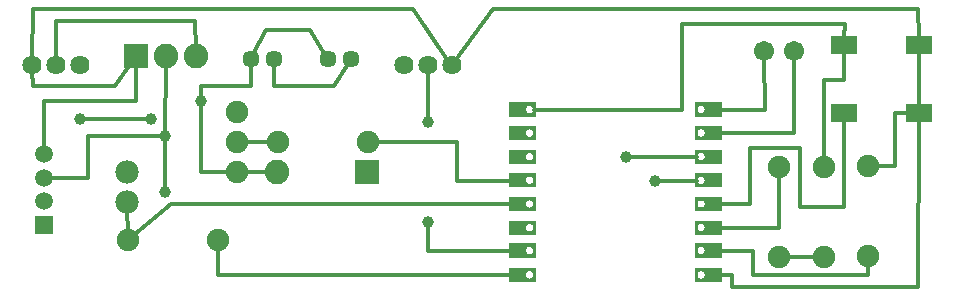
<source format=gtl>
G04 MADE WITH FRITZING*
G04 WWW.FRITZING.ORG*
G04 DOUBLE SIDED*
G04 HOLES PLATED*
G04 CONTOUR ON CENTER OF CONTOUR VECTOR*
%ASAXBY*%
%FSLAX23Y23*%
%MOIN*%
%OFA0B0*%
%SFA1.0B1.0*%
%ADD10C,0.039370*%
%ADD11C,0.075000*%
%ADD12C,0.082000*%
%ADD13C,0.067559*%
%ADD14C,0.057000*%
%ADD15C,0.064000*%
%ADD16C,0.059200*%
%ADD17C,0.078000*%
%ADD18R,0.082000X0.082000*%
%ADD19R,0.059200X0.059200*%
%ADD20R,0.090551X0.062992*%
%ADD21C,0.012000*%
%ADD22R,0.001000X0.001000*%
%LNCOPPER1*%
G90*
G70*
G54D10*
X2088Y464D03*
X2187Y385D03*
G54D11*
X792Y615D03*
X792Y515D03*
X792Y415D03*
G54D12*
X1225Y415D03*
X927Y415D03*
G54D13*
X2650Y818D03*
X2550Y818D03*
G54D14*
X838Y789D03*
X917Y789D03*
X838Y789D03*
X917Y789D03*
X1094Y789D03*
X1173Y789D03*
X1094Y789D03*
X1173Y789D03*
G54D12*
X455Y799D03*
X555Y799D03*
X655Y799D03*
G54D15*
X1350Y769D03*
X1429Y769D03*
X1508Y769D03*
X1350Y769D03*
X1429Y769D03*
X1508Y769D03*
G54D11*
X930Y513D03*
X1230Y513D03*
X2896Y434D03*
X2896Y134D03*
G54D16*
X150Y238D03*
X150Y474D03*
X150Y395D03*
X150Y316D03*
G54D10*
X553Y533D03*
G54D11*
X730Y188D03*
X430Y188D03*
X2600Y129D03*
X2600Y429D03*
X2748Y129D03*
X2748Y429D03*
G54D17*
X425Y415D03*
X425Y315D03*
G54D10*
X553Y346D03*
X1429Y248D03*
X1429Y582D03*
G54D15*
X110Y769D03*
X189Y769D03*
X268Y769D03*
X110Y769D03*
X189Y769D03*
X268Y769D03*
G54D10*
X671Y651D03*
X504Y592D03*
X268Y592D03*
G54D18*
X1226Y415D03*
X455Y799D03*
G54D19*
X150Y238D03*
G54D20*
X2817Y838D03*
X3065Y838D03*
X2817Y612D03*
X3065Y612D03*
G54D21*
X553Y519D02*
X553Y359D01*
D02*
X2403Y622D02*
X2551Y622D01*
D02*
X907Y513D02*
X815Y515D01*
D02*
X2200Y385D02*
X2325Y385D01*
D02*
X2102Y464D02*
X2325Y464D01*
D02*
X838Y700D02*
X838Y769D01*
D02*
X671Y700D02*
X838Y700D01*
D02*
X671Y414D02*
X671Y638D01*
D02*
X769Y415D02*
X671Y414D01*
D02*
X917Y701D02*
X917Y769D01*
D02*
X1114Y701D02*
X917Y701D01*
D02*
X1162Y773D02*
X1114Y701D01*
D02*
X888Y887D02*
X847Y806D01*
D02*
X1035Y888D02*
X888Y887D01*
D02*
X1084Y805D02*
X1035Y888D01*
D02*
X455Y772D02*
X454Y651D01*
D02*
X652Y917D02*
X189Y917D01*
D02*
X189Y917D02*
X189Y788D01*
D02*
X654Y825D02*
X652Y917D01*
D02*
X540Y533D02*
X297Y533D01*
D02*
X553Y546D02*
X554Y772D01*
D02*
X901Y415D02*
X815Y415D01*
D02*
X1705Y385D02*
X1527Y385D01*
D02*
X2895Y111D02*
X2895Y70D01*
D02*
X2649Y799D02*
X2649Y543D01*
D02*
X1429Y149D02*
X1705Y151D01*
D02*
X1429Y750D02*
X1429Y595D01*
D02*
X2600Y406D02*
X2600Y227D01*
D02*
X149Y651D02*
X150Y495D01*
D02*
X454Y651D02*
X149Y651D01*
D02*
X386Y701D02*
X439Y777D01*
D02*
X111Y701D02*
X386Y701D01*
D02*
X110Y750D02*
X111Y701D01*
D02*
X1527Y514D02*
X1253Y513D01*
D02*
X1527Y385D02*
X1527Y514D01*
D02*
X297Y395D02*
X171Y395D01*
D02*
X297Y533D02*
X297Y395D01*
D02*
X1705Y306D02*
X573Y306D01*
D02*
X573Y306D02*
X448Y203D01*
D02*
X429Y211D02*
X426Y290D01*
D02*
X2725Y129D02*
X2623Y129D01*
D02*
X1705Y70D02*
X730Y70D01*
D02*
X730Y70D02*
X730Y165D01*
D02*
X2649Y543D02*
X2403Y543D01*
D02*
X2551Y622D02*
X2550Y799D01*
D02*
X2818Y907D02*
X2276Y907D01*
D02*
X2276Y907D02*
X2275Y621D01*
D02*
X2275Y621D02*
X1783Y621D01*
D02*
X2817Y864D02*
X2818Y907D01*
D02*
X2817Y719D02*
X2817Y812D01*
D02*
X2748Y719D02*
X2817Y719D01*
D02*
X2748Y452D02*
X2748Y719D01*
D02*
X3063Y957D02*
X1646Y956D01*
D02*
X3064Y864D02*
X3063Y957D01*
D02*
X1646Y956D02*
X1519Y785D01*
D02*
X3065Y638D02*
X3065Y812D01*
D02*
X2443Y30D02*
X3063Y30D01*
D02*
X2443Y70D02*
X2443Y30D01*
D02*
X3063Y30D02*
X3065Y586D01*
D02*
X2403Y70D02*
X2443Y70D01*
D02*
X2502Y493D02*
X2502Y306D01*
D02*
X2502Y306D02*
X2403Y306D01*
D02*
X2669Y493D02*
X2502Y493D01*
D02*
X2817Y586D02*
X2817Y297D01*
D02*
X2817Y297D02*
X2669Y297D01*
D02*
X2669Y297D02*
X2669Y493D01*
D02*
X2984Y435D02*
X2984Y612D01*
D02*
X2919Y435D02*
X2984Y435D01*
D02*
X2984Y612D02*
X3025Y612D01*
D02*
X2600Y227D02*
X2403Y228D01*
D02*
X2511Y149D02*
X2403Y151D01*
D02*
X2511Y70D02*
X2511Y149D01*
D02*
X2895Y70D02*
X2511Y70D01*
D02*
X1429Y235D02*
X1429Y149D01*
D02*
X111Y956D02*
X110Y788D01*
D02*
X1380Y956D02*
X111Y956D01*
D02*
X1497Y785D02*
X1380Y956D01*
D02*
X671Y664D02*
X671Y700D01*
D02*
X281Y592D02*
X490Y592D01*
G54D22*
X1699Y645D02*
X1787Y645D01*
X2319Y645D02*
X2407Y645D01*
X1699Y644D02*
X1787Y644D01*
X2319Y644D02*
X2407Y644D01*
X1699Y643D02*
X1787Y643D01*
X2319Y643D02*
X2407Y643D01*
X1699Y642D02*
X1787Y642D01*
X2319Y642D02*
X2407Y642D01*
X1699Y641D02*
X1787Y641D01*
X2319Y641D02*
X2407Y641D01*
X1699Y640D02*
X1787Y640D01*
X2319Y640D02*
X2407Y640D01*
X1699Y639D02*
X1787Y639D01*
X2319Y639D02*
X2407Y639D01*
X1699Y638D02*
X1787Y638D01*
X2319Y638D02*
X2407Y638D01*
X1699Y637D02*
X1787Y637D01*
X2319Y637D02*
X2407Y637D01*
X1699Y636D02*
X1787Y636D01*
X2319Y636D02*
X2407Y636D01*
X1699Y635D02*
X1787Y635D01*
X2319Y635D02*
X2407Y635D01*
X1699Y634D02*
X1766Y634D01*
X1768Y634D02*
X1787Y634D01*
X2319Y634D02*
X2338Y634D01*
X2340Y634D02*
X2407Y634D01*
X1699Y633D02*
X1762Y633D01*
X1772Y633D02*
X1787Y633D01*
X2319Y633D02*
X2334Y633D01*
X2345Y633D02*
X2407Y633D01*
X1699Y632D02*
X1760Y632D01*
X1774Y632D02*
X1787Y632D01*
X2319Y632D02*
X2332Y632D01*
X2346Y632D02*
X2407Y632D01*
X1699Y631D02*
X1759Y631D01*
X1776Y631D02*
X1787Y631D01*
X2319Y631D02*
X2331Y631D01*
X2348Y631D02*
X2407Y631D01*
X1699Y630D02*
X1758Y630D01*
X1777Y630D02*
X1787Y630D01*
X2319Y630D02*
X2330Y630D01*
X2349Y630D02*
X2407Y630D01*
X1699Y629D02*
X1757Y629D01*
X1777Y629D02*
X1787Y629D01*
X2319Y629D02*
X2329Y629D01*
X2349Y629D02*
X2407Y629D01*
X1699Y628D02*
X1756Y628D01*
X1778Y628D02*
X1787Y628D01*
X2319Y628D02*
X2328Y628D01*
X2350Y628D02*
X2407Y628D01*
X1699Y627D02*
X1756Y627D01*
X1779Y627D02*
X1787Y627D01*
X2319Y627D02*
X2328Y627D01*
X2351Y627D02*
X2407Y627D01*
X1699Y626D02*
X1755Y626D01*
X1779Y626D02*
X1787Y626D01*
X2319Y626D02*
X2327Y626D01*
X2351Y626D02*
X2407Y626D01*
X1699Y625D02*
X1755Y625D01*
X1779Y625D02*
X1787Y625D01*
X2319Y625D02*
X2327Y625D01*
X2351Y625D02*
X2407Y625D01*
X1699Y624D02*
X1755Y624D01*
X1780Y624D02*
X1787Y624D01*
X2319Y624D02*
X2327Y624D01*
X2352Y624D02*
X2407Y624D01*
X1699Y623D02*
X1755Y623D01*
X1780Y623D02*
X1787Y623D01*
X2319Y623D02*
X2327Y623D01*
X2352Y623D02*
X2407Y623D01*
X1699Y622D02*
X1754Y622D01*
X1780Y622D02*
X1787Y622D01*
X2319Y622D02*
X2327Y622D01*
X2352Y622D02*
X2407Y622D01*
X1699Y621D02*
X1755Y621D01*
X1780Y621D02*
X1787Y621D01*
X2319Y621D02*
X2327Y621D01*
X2352Y621D02*
X2407Y621D01*
X1699Y620D02*
X1755Y620D01*
X1780Y620D02*
X1787Y620D01*
X2319Y620D02*
X2327Y620D01*
X2352Y620D02*
X2407Y620D01*
X1699Y619D02*
X1755Y619D01*
X1779Y619D02*
X1787Y619D01*
X2319Y619D02*
X2327Y619D01*
X2351Y619D02*
X2407Y619D01*
X1699Y618D02*
X1755Y618D01*
X1779Y618D02*
X1787Y618D01*
X2319Y618D02*
X2327Y618D01*
X2351Y618D02*
X2407Y618D01*
X1699Y617D02*
X1756Y617D01*
X1779Y617D02*
X1787Y617D01*
X2319Y617D02*
X2328Y617D01*
X2351Y617D02*
X2407Y617D01*
X1699Y616D02*
X1756Y616D01*
X1778Y616D02*
X1787Y616D01*
X2319Y616D02*
X2328Y616D01*
X2350Y616D02*
X2407Y616D01*
X1699Y615D02*
X1757Y615D01*
X1778Y615D02*
X1787Y615D01*
X2319Y615D02*
X2329Y615D01*
X2350Y615D02*
X2407Y615D01*
X1699Y614D02*
X1757Y614D01*
X1777Y614D02*
X1787Y614D01*
X2319Y614D02*
X2329Y614D01*
X2349Y614D02*
X2407Y614D01*
X1699Y613D02*
X1758Y613D01*
X1776Y613D02*
X1787Y613D01*
X2319Y613D02*
X2330Y613D01*
X2348Y613D02*
X2407Y613D01*
X1699Y612D02*
X1760Y612D01*
X1775Y612D02*
X1787Y612D01*
X2319Y612D02*
X2332Y612D01*
X2347Y612D02*
X2407Y612D01*
X1699Y611D02*
X1761Y611D01*
X1773Y611D02*
X1787Y611D01*
X2319Y611D02*
X2333Y611D01*
X2345Y611D02*
X2407Y611D01*
X1699Y610D02*
X1764Y610D01*
X1770Y610D02*
X1787Y610D01*
X2319Y610D02*
X2336Y610D01*
X2342Y610D02*
X2407Y610D01*
X1699Y609D02*
X1787Y609D01*
X2319Y609D02*
X2407Y609D01*
X1699Y608D02*
X1787Y608D01*
X2319Y608D02*
X2407Y608D01*
X1699Y607D02*
X1787Y607D01*
X2319Y607D02*
X2407Y607D01*
X1699Y606D02*
X1787Y606D01*
X2319Y606D02*
X2407Y606D01*
X1699Y605D02*
X1787Y605D01*
X2319Y605D02*
X2407Y605D01*
X1699Y604D02*
X1787Y604D01*
X2319Y604D02*
X2407Y604D01*
X1699Y603D02*
X1787Y603D01*
X2319Y603D02*
X2407Y603D01*
X1699Y602D02*
X1787Y602D01*
X2319Y602D02*
X2407Y602D01*
X1699Y601D02*
X1787Y601D01*
X2319Y601D02*
X2407Y601D01*
X1699Y600D02*
X1787Y600D01*
X2319Y600D02*
X2407Y600D01*
X1699Y599D02*
X1787Y599D01*
X2319Y599D02*
X2407Y599D01*
X1699Y566D02*
X1787Y566D01*
X2319Y566D02*
X2407Y566D01*
X1699Y565D02*
X1787Y565D01*
X2319Y565D02*
X2407Y565D01*
X1699Y564D02*
X1787Y564D01*
X2319Y564D02*
X2407Y564D01*
X1699Y563D02*
X1787Y563D01*
X2319Y563D02*
X2407Y563D01*
X1699Y562D02*
X1787Y562D01*
X2319Y562D02*
X2407Y562D01*
X1699Y561D02*
X1787Y561D01*
X2319Y561D02*
X2407Y561D01*
X1699Y560D02*
X1787Y560D01*
X2319Y560D02*
X2407Y560D01*
X1699Y559D02*
X1787Y559D01*
X2319Y559D02*
X2407Y559D01*
X1699Y558D02*
X1787Y558D01*
X2319Y558D02*
X2407Y558D01*
X1699Y557D02*
X1787Y557D01*
X2319Y557D02*
X2407Y557D01*
X1699Y556D02*
X1787Y556D01*
X2319Y556D02*
X2407Y556D01*
X1699Y555D02*
X1764Y555D01*
X1770Y555D02*
X1787Y555D01*
X2319Y555D02*
X2336Y555D01*
X2342Y555D02*
X2407Y555D01*
X1699Y554D02*
X1761Y554D01*
X1773Y554D02*
X1787Y554D01*
X2319Y554D02*
X2333Y554D01*
X2345Y554D02*
X2407Y554D01*
X1699Y553D02*
X1760Y553D01*
X1775Y553D02*
X1787Y553D01*
X2319Y553D02*
X2332Y553D01*
X2347Y553D02*
X2407Y553D01*
X1699Y552D02*
X1758Y552D01*
X1776Y552D02*
X1787Y552D01*
X2319Y552D02*
X2330Y552D01*
X2348Y552D02*
X2407Y552D01*
X1699Y551D02*
X1757Y551D01*
X1777Y551D02*
X1787Y551D01*
X2319Y551D02*
X2329Y551D01*
X2349Y551D02*
X2407Y551D01*
X1699Y550D02*
X1757Y550D01*
X1778Y550D02*
X1787Y550D01*
X2319Y550D02*
X2329Y550D01*
X2350Y550D02*
X2407Y550D01*
X1699Y549D02*
X1756Y549D01*
X1778Y549D02*
X1787Y549D01*
X2319Y549D02*
X2328Y549D01*
X2350Y549D02*
X2407Y549D01*
X1699Y548D02*
X1756Y548D01*
X1779Y548D02*
X1787Y548D01*
X2319Y548D02*
X2328Y548D01*
X2351Y548D02*
X2407Y548D01*
X1699Y547D02*
X1755Y547D01*
X1779Y547D02*
X1787Y547D01*
X2319Y547D02*
X2327Y547D01*
X2351Y547D02*
X2407Y547D01*
X1699Y546D02*
X1755Y546D01*
X1779Y546D02*
X1787Y546D01*
X2319Y546D02*
X2327Y546D01*
X2351Y546D02*
X2407Y546D01*
X1699Y545D02*
X1755Y545D01*
X1780Y545D02*
X1787Y545D01*
X2319Y545D02*
X2327Y545D01*
X2352Y545D02*
X2407Y545D01*
X1699Y544D02*
X1755Y544D01*
X1780Y544D02*
X1787Y544D01*
X2319Y544D02*
X2327Y544D01*
X2352Y544D02*
X2407Y544D01*
X1699Y543D02*
X1754Y543D01*
X1780Y543D02*
X1787Y543D01*
X2319Y543D02*
X2327Y543D01*
X2352Y543D02*
X2407Y543D01*
X1699Y542D02*
X1755Y542D01*
X1780Y542D02*
X1787Y542D01*
X2319Y542D02*
X2327Y542D01*
X2352Y542D02*
X2407Y542D01*
X1699Y541D02*
X1755Y541D01*
X1780Y541D02*
X1787Y541D01*
X2319Y541D02*
X2327Y541D01*
X2352Y541D02*
X2407Y541D01*
X1699Y540D02*
X1755Y540D01*
X1779Y540D02*
X1787Y540D01*
X2319Y540D02*
X2327Y540D01*
X2351Y540D02*
X2407Y540D01*
X1699Y539D02*
X1755Y539D01*
X1779Y539D02*
X1787Y539D01*
X2319Y539D02*
X2327Y539D01*
X2351Y539D02*
X2407Y539D01*
X1699Y538D02*
X1756Y538D01*
X1779Y538D02*
X1787Y538D01*
X2319Y538D02*
X2328Y538D01*
X2351Y538D02*
X2407Y538D01*
X1699Y537D02*
X1756Y537D01*
X1778Y537D02*
X1787Y537D01*
X2319Y537D02*
X2328Y537D01*
X2350Y537D02*
X2407Y537D01*
X1699Y536D02*
X1757Y536D01*
X1777Y536D02*
X1787Y536D01*
X2319Y536D02*
X2329Y536D01*
X2349Y536D02*
X2407Y536D01*
X1699Y535D02*
X1758Y535D01*
X1777Y535D02*
X1787Y535D01*
X2319Y535D02*
X2330Y535D01*
X2349Y535D02*
X2407Y535D01*
X1699Y534D02*
X1759Y534D01*
X1776Y534D02*
X1787Y534D01*
X2319Y534D02*
X2331Y534D01*
X2348Y534D02*
X2407Y534D01*
X1699Y533D02*
X1760Y533D01*
X1774Y533D02*
X1787Y533D01*
X2319Y533D02*
X2332Y533D01*
X2346Y533D02*
X2407Y533D01*
X1699Y532D02*
X1762Y532D01*
X1773Y532D02*
X1787Y532D01*
X2319Y532D02*
X2334Y532D01*
X2344Y532D02*
X2407Y532D01*
X1699Y531D02*
X1766Y531D01*
X1768Y531D02*
X1787Y531D01*
X2319Y531D02*
X2338Y531D01*
X2340Y531D02*
X2407Y531D01*
X1699Y530D02*
X1787Y530D01*
X2319Y530D02*
X2407Y530D01*
X1699Y529D02*
X1787Y529D01*
X2319Y529D02*
X2407Y529D01*
X1699Y528D02*
X1787Y528D01*
X2319Y528D02*
X2407Y528D01*
X1699Y527D02*
X1787Y527D01*
X2319Y527D02*
X2407Y527D01*
X1699Y526D02*
X1787Y526D01*
X2319Y526D02*
X2407Y526D01*
X1699Y525D02*
X1787Y525D01*
X2319Y525D02*
X2407Y525D01*
X1699Y524D02*
X1787Y524D01*
X2319Y524D02*
X2407Y524D01*
X1699Y523D02*
X1787Y523D01*
X2319Y523D02*
X2407Y523D01*
X1699Y522D02*
X1787Y522D01*
X2319Y522D02*
X2407Y522D01*
X1699Y521D02*
X1787Y521D01*
X2319Y521D02*
X2407Y521D01*
X1699Y520D02*
X1787Y520D01*
X2319Y520D02*
X2407Y520D01*
X2320Y488D02*
X2406Y488D01*
X1699Y487D02*
X1787Y487D01*
X2319Y487D02*
X2407Y487D01*
X1699Y486D02*
X1787Y486D01*
X2319Y486D02*
X2407Y486D01*
X1699Y485D02*
X1787Y485D01*
X2319Y485D02*
X2407Y485D01*
X1699Y484D02*
X1787Y484D01*
X2319Y484D02*
X2407Y484D01*
X1699Y483D02*
X1787Y483D01*
X2319Y483D02*
X2407Y483D01*
X1699Y482D02*
X1787Y482D01*
X2319Y482D02*
X2407Y482D01*
X1699Y481D02*
X1787Y481D01*
X2319Y481D02*
X2407Y481D01*
X1699Y480D02*
X1787Y480D01*
X2319Y480D02*
X2407Y480D01*
X1699Y479D02*
X1787Y479D01*
X2319Y479D02*
X2407Y479D01*
X1699Y478D02*
X1787Y478D01*
X2319Y478D02*
X2407Y478D01*
X1699Y477D02*
X1787Y477D01*
X2319Y477D02*
X2407Y477D01*
X1699Y476D02*
X1764Y476D01*
X1771Y476D02*
X1787Y476D01*
X2319Y476D02*
X2335Y476D01*
X2343Y476D02*
X2407Y476D01*
X1699Y475D02*
X1761Y475D01*
X1773Y475D02*
X1787Y475D01*
X2319Y475D02*
X2333Y475D01*
X2345Y475D02*
X2407Y475D01*
X1699Y474D02*
X1759Y474D01*
X1775Y474D02*
X1787Y474D01*
X2319Y474D02*
X2331Y474D01*
X2347Y474D02*
X2407Y474D01*
X1699Y473D02*
X1758Y473D01*
X1776Y473D02*
X1787Y473D01*
X2319Y473D02*
X2330Y473D01*
X2348Y473D02*
X2407Y473D01*
X1699Y472D02*
X1757Y472D01*
X1777Y472D02*
X1787Y472D01*
X2319Y472D02*
X2329Y472D01*
X2349Y472D02*
X2407Y472D01*
X1699Y471D02*
X1757Y471D01*
X1778Y471D02*
X1787Y471D01*
X2319Y471D02*
X2329Y471D01*
X2350Y471D02*
X2407Y471D01*
X1699Y470D02*
X1756Y470D01*
X1778Y470D02*
X1787Y470D01*
X2319Y470D02*
X2328Y470D01*
X2350Y470D02*
X2407Y470D01*
X1699Y469D02*
X1755Y469D01*
X1779Y469D02*
X1787Y469D01*
X2319Y469D02*
X2327Y469D01*
X2351Y469D02*
X2407Y469D01*
X1699Y468D02*
X1755Y468D01*
X1779Y468D02*
X1787Y468D01*
X2319Y468D02*
X2327Y468D01*
X2351Y468D02*
X2407Y468D01*
X1699Y467D02*
X1755Y467D01*
X1779Y467D02*
X1787Y467D01*
X2319Y467D02*
X2327Y467D01*
X2351Y467D02*
X2407Y467D01*
X1699Y466D02*
X1755Y466D01*
X1780Y466D02*
X1787Y466D01*
X2319Y466D02*
X2327Y466D01*
X2352Y466D02*
X2407Y466D01*
X1699Y465D02*
X1755Y465D01*
X1780Y465D02*
X1787Y465D01*
X2319Y465D02*
X2327Y465D01*
X2352Y465D02*
X2407Y465D01*
X1699Y464D02*
X1755Y464D01*
X1780Y464D02*
X1787Y464D01*
X2319Y464D02*
X2327Y464D01*
X2352Y464D02*
X2407Y464D01*
X1699Y463D02*
X1755Y463D01*
X1780Y463D02*
X1787Y463D01*
X2319Y463D02*
X2327Y463D01*
X2352Y463D02*
X2407Y463D01*
X1699Y462D02*
X1755Y462D01*
X1780Y462D02*
X1787Y462D01*
X2319Y462D02*
X2327Y462D01*
X2352Y462D02*
X2407Y462D01*
X1699Y461D02*
X1755Y461D01*
X1779Y461D02*
X1787Y461D01*
X2319Y461D02*
X2327Y461D01*
X2351Y461D02*
X2407Y461D01*
X1699Y460D02*
X1755Y460D01*
X1779Y460D02*
X1787Y460D01*
X2319Y460D02*
X2327Y460D01*
X2351Y460D02*
X2407Y460D01*
X1699Y459D02*
X1756Y459D01*
X1779Y459D02*
X1787Y459D01*
X2319Y459D02*
X2328Y459D01*
X2350Y459D02*
X2407Y459D01*
X1699Y458D02*
X1756Y458D01*
X1778Y458D02*
X1787Y458D01*
X2319Y458D02*
X2328Y458D01*
X2350Y458D02*
X2407Y458D01*
X1699Y457D02*
X1757Y457D01*
X1777Y457D02*
X1787Y457D01*
X2319Y457D02*
X2329Y457D01*
X2349Y457D02*
X2407Y457D01*
X1699Y456D02*
X1758Y456D01*
X1776Y456D02*
X1787Y456D01*
X2319Y456D02*
X2330Y456D01*
X2348Y456D02*
X2407Y456D01*
X1699Y455D02*
X1759Y455D01*
X1775Y455D02*
X1787Y455D01*
X2319Y455D02*
X2331Y455D01*
X2347Y455D02*
X2407Y455D01*
X1699Y454D02*
X1760Y454D01*
X1774Y454D02*
X1787Y454D01*
X2319Y454D02*
X2332Y454D01*
X2346Y454D02*
X2407Y454D01*
X1699Y453D02*
X1762Y453D01*
X1772Y453D02*
X1787Y453D01*
X2319Y453D02*
X2335Y453D01*
X2344Y453D02*
X2407Y453D01*
X1699Y452D02*
X1787Y452D01*
X2319Y452D02*
X2407Y452D01*
X1699Y451D02*
X1787Y451D01*
X2319Y451D02*
X2407Y451D01*
X1699Y450D02*
X1787Y450D01*
X2319Y450D02*
X2407Y450D01*
X1699Y449D02*
X1787Y449D01*
X2319Y449D02*
X2407Y449D01*
X1699Y448D02*
X1787Y448D01*
X2319Y448D02*
X2407Y448D01*
X1699Y447D02*
X1787Y447D01*
X2319Y447D02*
X2407Y447D01*
X1699Y446D02*
X1787Y446D01*
X2319Y446D02*
X2407Y446D01*
X1699Y445D02*
X1787Y445D01*
X2319Y445D02*
X2407Y445D01*
X1699Y444D02*
X1787Y444D01*
X2319Y444D02*
X2407Y444D01*
X1699Y443D02*
X1787Y443D01*
X2319Y443D02*
X2407Y443D01*
X1699Y442D02*
X1787Y442D01*
X2319Y442D02*
X2407Y442D01*
X1700Y441D02*
X1787Y441D01*
X2320Y441D02*
X2407Y441D01*
X1700Y409D02*
X1787Y409D01*
X2319Y409D02*
X2407Y409D01*
X1699Y408D02*
X1787Y408D01*
X2319Y408D02*
X2407Y408D01*
X1699Y407D02*
X1787Y407D01*
X2319Y407D02*
X2407Y407D01*
X1699Y406D02*
X1787Y406D01*
X2319Y406D02*
X2407Y406D01*
X1699Y405D02*
X1787Y405D01*
X2319Y405D02*
X2407Y405D01*
X1699Y404D02*
X1787Y404D01*
X2319Y404D02*
X2407Y404D01*
X1699Y403D02*
X1787Y403D01*
X2319Y403D02*
X2407Y403D01*
X1699Y402D02*
X1787Y402D01*
X2319Y402D02*
X2407Y402D01*
X1699Y401D02*
X1787Y401D01*
X2319Y401D02*
X2407Y401D01*
X1699Y400D02*
X1787Y400D01*
X2319Y400D02*
X2407Y400D01*
X1699Y399D02*
X1787Y399D01*
X2319Y399D02*
X2407Y399D01*
X1699Y398D02*
X1787Y398D01*
X2319Y398D02*
X2407Y398D01*
X1699Y397D02*
X1762Y397D01*
X1772Y397D02*
X1787Y397D01*
X2319Y397D02*
X2334Y397D01*
X2344Y397D02*
X2407Y397D01*
X1699Y396D02*
X1760Y396D01*
X1774Y396D02*
X1787Y396D01*
X2319Y396D02*
X2332Y396D01*
X2346Y396D02*
X2407Y396D01*
X1699Y395D02*
X1759Y395D01*
X1775Y395D02*
X1787Y395D01*
X2319Y395D02*
X2331Y395D01*
X2347Y395D02*
X2407Y395D01*
X1699Y394D02*
X1758Y394D01*
X1776Y394D02*
X1787Y394D01*
X2319Y394D02*
X2330Y394D01*
X2349Y394D02*
X2407Y394D01*
X1699Y393D02*
X1757Y393D01*
X1777Y393D02*
X1787Y393D01*
X2319Y393D02*
X2329Y393D01*
X2349Y393D02*
X2407Y393D01*
X1699Y392D02*
X1756Y392D01*
X1778Y392D02*
X1787Y392D01*
X2319Y392D02*
X2328Y392D01*
X2350Y392D02*
X2407Y392D01*
X1699Y391D02*
X1756Y391D01*
X1779Y391D02*
X1787Y391D01*
X2319Y391D02*
X2328Y391D01*
X2351Y391D02*
X2407Y391D01*
X1699Y390D02*
X1755Y390D01*
X1779Y390D02*
X1787Y390D01*
X2319Y390D02*
X2327Y390D01*
X2351Y390D02*
X2407Y390D01*
X1699Y389D02*
X1755Y389D01*
X1779Y389D02*
X1787Y389D01*
X2319Y389D02*
X2327Y389D01*
X2351Y389D02*
X2407Y389D01*
X1699Y388D02*
X1755Y388D01*
X1780Y388D02*
X1787Y388D01*
X2319Y388D02*
X2327Y388D01*
X2352Y388D02*
X2407Y388D01*
X1699Y387D02*
X1755Y387D01*
X1780Y387D02*
X1787Y387D01*
X2319Y387D02*
X2327Y387D01*
X2352Y387D02*
X2407Y387D01*
X1699Y386D02*
X1755Y386D01*
X1780Y386D02*
X1787Y386D01*
X2319Y386D02*
X2327Y386D01*
X2352Y386D02*
X2407Y386D01*
X1699Y385D02*
X1755Y385D01*
X1780Y385D02*
X1787Y385D01*
X2319Y385D02*
X2327Y385D01*
X2352Y385D02*
X2407Y385D01*
X1699Y384D02*
X1755Y384D01*
X1780Y384D02*
X1787Y384D01*
X2319Y384D02*
X2327Y384D01*
X2352Y384D02*
X2407Y384D01*
X1699Y383D02*
X1755Y383D01*
X1779Y383D02*
X1787Y383D01*
X2319Y383D02*
X2327Y383D01*
X2351Y383D02*
X2407Y383D01*
X1699Y382D02*
X1755Y382D01*
X1779Y382D02*
X1787Y382D01*
X2319Y382D02*
X2327Y382D01*
X2351Y382D02*
X2407Y382D01*
X1699Y381D02*
X1755Y381D01*
X1779Y381D02*
X1787Y381D01*
X2319Y381D02*
X2328Y381D01*
X2351Y381D02*
X2407Y381D01*
X1699Y380D02*
X1756Y380D01*
X1778Y380D02*
X1787Y380D01*
X2319Y380D02*
X2328Y380D01*
X2350Y380D02*
X2407Y380D01*
X1699Y379D02*
X1757Y379D01*
X1778Y379D02*
X1787Y379D01*
X2319Y379D02*
X2329Y379D01*
X2350Y379D02*
X2407Y379D01*
X1699Y378D02*
X1757Y378D01*
X1777Y378D02*
X1787Y378D01*
X2319Y378D02*
X2329Y378D01*
X2349Y378D02*
X2407Y378D01*
X1699Y377D02*
X1758Y377D01*
X1776Y377D02*
X1787Y377D01*
X2319Y377D02*
X2330Y377D01*
X2348Y377D02*
X2407Y377D01*
X1699Y376D02*
X1759Y376D01*
X1775Y376D02*
X1787Y376D01*
X2319Y376D02*
X2331Y376D01*
X2347Y376D02*
X2407Y376D01*
X1699Y375D02*
X1761Y375D01*
X1773Y375D02*
X1787Y375D01*
X2319Y375D02*
X2333Y375D01*
X2345Y375D02*
X2407Y375D01*
X1699Y374D02*
X1763Y374D01*
X1771Y374D02*
X1787Y374D01*
X2319Y374D02*
X2336Y374D01*
X2343Y374D02*
X2407Y374D01*
X1699Y373D02*
X1787Y373D01*
X2319Y373D02*
X2407Y373D01*
X1699Y372D02*
X1787Y372D01*
X2319Y372D02*
X2407Y372D01*
X1699Y371D02*
X1787Y371D01*
X2319Y371D02*
X2407Y371D01*
X1699Y370D02*
X1787Y370D01*
X2319Y370D02*
X2407Y370D01*
X1699Y369D02*
X1787Y369D01*
X2319Y369D02*
X2407Y369D01*
X1699Y368D02*
X1787Y368D01*
X2319Y368D02*
X2407Y368D01*
X1699Y367D02*
X1787Y367D01*
X2319Y367D02*
X2407Y367D01*
X1699Y366D02*
X1787Y366D01*
X2319Y366D02*
X2407Y366D01*
X1699Y365D02*
X1787Y365D01*
X2319Y365D02*
X2407Y365D01*
X1699Y364D02*
X1787Y364D01*
X2319Y364D02*
X2407Y364D01*
X1699Y363D02*
X1787Y363D01*
X2319Y363D02*
X2407Y363D01*
X1699Y330D02*
X1787Y330D01*
X2319Y330D02*
X2407Y330D01*
X1699Y329D02*
X1787Y329D01*
X2319Y329D02*
X2407Y329D01*
X1699Y328D02*
X1787Y328D01*
X2319Y328D02*
X2407Y328D01*
X1699Y327D02*
X1787Y327D01*
X2319Y327D02*
X2407Y327D01*
X1699Y326D02*
X1787Y326D01*
X2319Y326D02*
X2407Y326D01*
X1699Y325D02*
X1787Y325D01*
X2319Y325D02*
X2407Y325D01*
X1699Y324D02*
X1787Y324D01*
X2319Y324D02*
X2407Y324D01*
X1699Y323D02*
X1787Y323D01*
X2319Y323D02*
X2407Y323D01*
X1699Y322D02*
X1787Y322D01*
X2319Y322D02*
X2407Y322D01*
X1699Y321D02*
X1787Y321D01*
X2319Y321D02*
X2407Y321D01*
X1699Y320D02*
X1787Y320D01*
X2319Y320D02*
X2407Y320D01*
X1699Y319D02*
X1766Y319D01*
X1768Y319D02*
X1787Y319D01*
X2319Y319D02*
X2337Y319D01*
X2341Y319D02*
X2407Y319D01*
X1699Y318D02*
X1762Y318D01*
X1773Y318D02*
X1787Y318D01*
X2319Y318D02*
X2334Y318D01*
X2345Y318D02*
X2407Y318D01*
X1699Y317D02*
X1760Y317D01*
X1774Y317D02*
X1787Y317D01*
X2319Y317D02*
X2332Y317D01*
X2346Y317D02*
X2407Y317D01*
X1699Y316D02*
X1759Y316D01*
X1776Y316D02*
X1787Y316D01*
X2319Y316D02*
X2331Y316D01*
X2348Y316D02*
X2407Y316D01*
X1699Y315D02*
X1758Y315D01*
X1777Y315D02*
X1787Y315D01*
X2319Y315D02*
X2330Y315D01*
X2349Y315D02*
X2407Y315D01*
X1699Y314D02*
X1757Y314D01*
X1777Y314D02*
X1787Y314D01*
X2319Y314D02*
X2329Y314D01*
X2350Y314D02*
X2407Y314D01*
X1699Y313D02*
X1756Y313D01*
X1778Y313D02*
X1787Y313D01*
X2319Y313D02*
X2328Y313D01*
X2350Y313D02*
X2407Y313D01*
X1699Y312D02*
X1756Y312D01*
X1779Y312D02*
X1787Y312D01*
X2319Y312D02*
X2328Y312D01*
X2351Y312D02*
X2407Y312D01*
X1699Y311D02*
X1755Y311D01*
X1779Y311D02*
X1787Y311D01*
X2319Y311D02*
X2327Y311D01*
X2351Y311D02*
X2407Y311D01*
X1699Y310D02*
X1755Y310D01*
X1779Y310D02*
X1787Y310D01*
X2319Y310D02*
X2327Y310D01*
X2351Y310D02*
X2407Y310D01*
X1699Y309D02*
X1755Y309D01*
X1780Y309D02*
X1787Y309D01*
X2319Y309D02*
X2327Y309D01*
X2352Y309D02*
X2407Y309D01*
X1699Y308D02*
X1755Y308D01*
X1780Y308D02*
X1787Y308D01*
X2319Y308D02*
X2327Y308D01*
X2352Y308D02*
X2407Y308D01*
X1699Y307D02*
X1755Y307D01*
X1780Y307D02*
X1787Y307D01*
X2319Y307D02*
X2327Y307D01*
X2352Y307D02*
X2407Y307D01*
X1699Y306D02*
X1755Y306D01*
X1780Y306D02*
X1787Y306D01*
X2319Y306D02*
X2327Y306D01*
X2352Y306D02*
X2407Y306D01*
X1699Y305D02*
X1755Y305D01*
X1780Y305D02*
X1787Y305D01*
X2319Y305D02*
X2327Y305D01*
X2352Y305D02*
X2407Y305D01*
X1699Y304D02*
X1755Y304D01*
X1779Y304D02*
X1787Y304D01*
X2319Y304D02*
X2327Y304D01*
X2351Y304D02*
X2407Y304D01*
X1699Y303D02*
X1755Y303D01*
X1779Y303D02*
X1787Y303D01*
X2319Y303D02*
X2327Y303D01*
X2351Y303D02*
X2407Y303D01*
X1699Y302D02*
X1756Y302D01*
X1779Y302D02*
X1787Y302D01*
X2319Y302D02*
X2328Y302D01*
X2351Y302D02*
X2407Y302D01*
X1699Y301D02*
X1756Y301D01*
X1778Y301D02*
X1787Y301D01*
X2319Y301D02*
X2328Y301D01*
X2350Y301D02*
X2407Y301D01*
X1699Y300D02*
X1757Y300D01*
X1778Y300D02*
X1787Y300D01*
X2319Y300D02*
X2329Y300D01*
X2350Y300D02*
X2407Y300D01*
X1699Y299D02*
X1758Y299D01*
X1777Y299D02*
X1787Y299D01*
X2319Y299D02*
X2330Y299D01*
X2349Y299D02*
X2407Y299D01*
X1699Y298D02*
X1758Y298D01*
X1776Y298D02*
X1787Y298D01*
X2319Y298D02*
X2331Y298D01*
X2348Y298D02*
X2407Y298D01*
X1699Y297D02*
X1760Y297D01*
X1775Y297D02*
X1787Y297D01*
X2319Y297D02*
X2332Y297D01*
X2347Y297D02*
X2407Y297D01*
X1699Y296D02*
X1761Y296D01*
X1773Y296D02*
X1787Y296D01*
X2319Y296D02*
X2334Y296D01*
X2345Y296D02*
X2407Y296D01*
X1699Y295D02*
X1764Y295D01*
X1770Y295D02*
X1787Y295D01*
X2319Y295D02*
X2337Y295D01*
X2341Y295D02*
X2407Y295D01*
X1699Y294D02*
X1787Y294D01*
X2319Y294D02*
X2407Y294D01*
X1699Y293D02*
X1787Y293D01*
X2319Y293D02*
X2407Y293D01*
X1699Y292D02*
X1787Y292D01*
X2319Y292D02*
X2407Y292D01*
X1699Y291D02*
X1787Y291D01*
X2319Y291D02*
X2407Y291D01*
X1699Y290D02*
X1787Y290D01*
X2319Y290D02*
X2407Y290D01*
X1699Y289D02*
X1787Y289D01*
X2319Y289D02*
X2407Y289D01*
X1699Y288D02*
X1787Y288D01*
X2319Y288D02*
X2407Y288D01*
X1699Y287D02*
X1787Y287D01*
X2319Y287D02*
X2407Y287D01*
X1699Y286D02*
X1787Y286D01*
X2319Y286D02*
X2407Y286D01*
X1699Y285D02*
X1787Y285D01*
X2319Y285D02*
X2407Y285D01*
X1699Y284D02*
X1787Y284D01*
X2319Y284D02*
X2407Y284D01*
X1699Y251D02*
X1787Y251D01*
X2319Y251D02*
X2407Y251D01*
X1699Y250D02*
X1787Y250D01*
X2319Y250D02*
X2407Y250D01*
X1699Y249D02*
X1787Y249D01*
X2319Y249D02*
X2407Y249D01*
X1699Y248D02*
X1787Y248D01*
X2319Y248D02*
X2407Y248D01*
X1699Y247D02*
X1787Y247D01*
X2319Y247D02*
X2407Y247D01*
X1699Y246D02*
X1787Y246D01*
X2319Y246D02*
X2407Y246D01*
X1699Y245D02*
X1787Y245D01*
X2319Y245D02*
X2407Y245D01*
X1699Y244D02*
X1787Y244D01*
X2319Y244D02*
X2407Y244D01*
X1699Y243D02*
X1787Y243D01*
X2319Y243D02*
X2407Y243D01*
X1699Y242D02*
X1787Y242D01*
X2319Y242D02*
X2407Y242D01*
X1699Y241D02*
X1787Y241D01*
X2319Y241D02*
X2407Y241D01*
X1699Y240D02*
X1764Y240D01*
X1771Y240D02*
X1787Y240D01*
X2319Y240D02*
X2336Y240D01*
X2343Y240D02*
X2407Y240D01*
X1699Y239D02*
X1761Y239D01*
X1773Y239D02*
X1787Y239D01*
X2319Y239D02*
X2333Y239D01*
X2345Y239D02*
X2407Y239D01*
X1699Y238D02*
X1759Y238D01*
X1775Y238D02*
X1787Y238D01*
X2319Y238D02*
X2332Y238D01*
X2347Y238D02*
X2407Y238D01*
X1699Y237D02*
X1758Y237D01*
X1776Y237D02*
X1787Y237D01*
X2319Y237D02*
X2330Y237D01*
X2348Y237D02*
X2407Y237D01*
X1699Y236D02*
X1757Y236D01*
X1777Y236D02*
X1787Y236D01*
X2319Y236D02*
X2329Y236D01*
X2349Y236D02*
X2407Y236D01*
X1699Y235D02*
X1757Y235D01*
X1778Y235D02*
X1787Y235D01*
X2319Y235D02*
X2329Y235D01*
X2350Y235D02*
X2407Y235D01*
X1699Y234D02*
X1756Y234D01*
X1778Y234D02*
X1787Y234D01*
X2319Y234D02*
X2328Y234D01*
X2350Y234D02*
X2407Y234D01*
X1699Y233D02*
X1755Y233D01*
X1779Y233D02*
X1787Y233D01*
X2319Y233D02*
X2328Y233D01*
X2351Y233D02*
X2407Y233D01*
X1699Y232D02*
X1755Y232D01*
X1779Y232D02*
X1787Y232D01*
X2319Y232D02*
X2327Y232D01*
X2351Y232D02*
X2407Y232D01*
X1699Y231D02*
X1755Y231D01*
X1779Y231D02*
X1787Y231D01*
X2319Y231D02*
X2327Y231D01*
X2351Y231D02*
X2407Y231D01*
X1699Y230D02*
X1755Y230D01*
X1780Y230D02*
X1787Y230D01*
X2319Y230D02*
X2327Y230D01*
X2352Y230D02*
X2407Y230D01*
X1699Y229D02*
X1755Y229D01*
X1780Y229D02*
X1787Y229D01*
X2319Y229D02*
X2327Y229D01*
X2352Y229D02*
X2407Y229D01*
X1699Y228D02*
X1754Y228D01*
X1780Y228D02*
X1787Y228D01*
X2319Y228D02*
X2327Y228D01*
X2352Y228D02*
X2407Y228D01*
X1699Y227D02*
X1755Y227D01*
X1780Y227D02*
X1787Y227D01*
X2319Y227D02*
X2327Y227D01*
X2352Y227D02*
X2407Y227D01*
X1699Y226D02*
X1755Y226D01*
X1780Y226D02*
X1787Y226D01*
X2319Y226D02*
X2327Y226D01*
X2352Y226D02*
X2407Y226D01*
X1699Y225D02*
X1755Y225D01*
X1779Y225D02*
X1787Y225D01*
X2319Y225D02*
X2327Y225D01*
X2351Y225D02*
X2407Y225D01*
X1699Y224D02*
X1755Y224D01*
X1779Y224D02*
X1787Y224D01*
X2319Y224D02*
X2327Y224D01*
X2351Y224D02*
X2407Y224D01*
X1699Y223D02*
X1756Y223D01*
X1778Y223D02*
X1787Y223D01*
X2319Y223D02*
X2328Y223D01*
X2351Y223D02*
X2407Y223D01*
X1699Y222D02*
X1756Y222D01*
X1778Y222D02*
X1787Y222D01*
X2319Y222D02*
X2328Y222D01*
X2350Y222D02*
X2407Y222D01*
X1699Y221D02*
X1757Y221D01*
X1777Y221D02*
X1787Y221D01*
X2319Y221D02*
X2329Y221D01*
X2349Y221D02*
X2407Y221D01*
X1699Y220D02*
X1758Y220D01*
X1776Y220D02*
X1787Y220D01*
X2319Y220D02*
X2330Y220D01*
X2349Y220D02*
X2407Y220D01*
X1699Y219D02*
X1759Y219D01*
X1775Y219D02*
X1787Y219D01*
X2319Y219D02*
X2331Y219D01*
X2347Y219D02*
X2407Y219D01*
X1699Y218D02*
X1760Y218D01*
X1774Y218D02*
X1787Y218D01*
X2319Y218D02*
X2332Y218D01*
X2346Y218D02*
X2407Y218D01*
X1699Y217D02*
X1762Y217D01*
X1772Y217D02*
X1787Y217D01*
X2319Y217D02*
X2334Y217D01*
X2344Y217D02*
X2407Y217D01*
X1699Y216D02*
X1787Y216D01*
X2319Y216D02*
X2407Y216D01*
X1699Y215D02*
X1787Y215D01*
X2319Y215D02*
X2407Y215D01*
X1699Y214D02*
X1787Y214D01*
X2319Y214D02*
X2407Y214D01*
X1699Y213D02*
X1787Y213D01*
X2319Y213D02*
X2407Y213D01*
X1699Y212D02*
X1787Y212D01*
X2319Y212D02*
X2407Y212D01*
X1699Y211D02*
X1787Y211D01*
X2319Y211D02*
X2407Y211D01*
X1699Y210D02*
X1787Y210D01*
X2319Y210D02*
X2407Y210D01*
X1699Y209D02*
X1787Y209D01*
X2319Y209D02*
X2407Y209D01*
X1699Y208D02*
X1787Y208D01*
X2319Y208D02*
X2407Y208D01*
X1699Y207D02*
X1787Y207D01*
X2319Y207D02*
X2407Y207D01*
X1699Y206D02*
X1787Y206D01*
X2319Y206D02*
X2407Y206D01*
X1699Y205D02*
X1787Y205D01*
X2319Y205D02*
X2407Y205D01*
X1699Y175D02*
X1787Y175D01*
X2319Y175D02*
X2407Y175D01*
X1699Y174D02*
X1787Y174D01*
X2319Y174D02*
X2407Y174D01*
X1699Y173D02*
X1787Y173D01*
X2319Y173D02*
X2407Y173D01*
X1699Y172D02*
X1787Y172D01*
X2319Y172D02*
X2407Y172D01*
X1699Y171D02*
X1787Y171D01*
X2319Y171D02*
X2407Y171D01*
X1699Y170D02*
X1787Y170D01*
X2319Y170D02*
X2407Y170D01*
X1699Y169D02*
X1787Y169D01*
X2319Y169D02*
X2407Y169D01*
X1699Y168D02*
X1787Y168D01*
X2319Y168D02*
X2407Y168D01*
X1699Y167D02*
X1787Y167D01*
X2319Y167D02*
X2407Y167D01*
X1699Y166D02*
X1787Y166D01*
X2319Y166D02*
X2407Y166D01*
X1699Y165D02*
X1787Y165D01*
X2319Y165D02*
X2407Y165D01*
X1699Y164D02*
X1787Y164D01*
X2319Y164D02*
X2407Y164D01*
X1699Y163D02*
X1762Y163D01*
X1772Y163D02*
X1787Y163D01*
X2319Y163D02*
X2334Y163D01*
X2344Y163D02*
X2407Y163D01*
X1699Y162D02*
X1760Y162D01*
X1774Y162D02*
X1787Y162D01*
X2319Y162D02*
X2332Y162D01*
X2346Y162D02*
X2407Y162D01*
X1699Y161D02*
X1759Y161D01*
X1775Y161D02*
X1787Y161D01*
X2319Y161D02*
X2331Y161D01*
X2347Y161D02*
X2407Y161D01*
X1699Y160D02*
X1758Y160D01*
X1776Y160D02*
X1787Y160D01*
X2319Y160D02*
X2330Y160D01*
X2349Y160D02*
X2407Y160D01*
X1699Y159D02*
X1757Y159D01*
X1777Y159D02*
X1787Y159D01*
X2319Y159D02*
X2329Y159D01*
X2349Y159D02*
X2407Y159D01*
X1699Y158D02*
X1756Y158D01*
X1778Y158D02*
X1787Y158D01*
X2319Y158D02*
X2328Y158D01*
X2350Y158D02*
X2407Y158D01*
X1699Y157D02*
X1756Y157D01*
X1779Y157D02*
X1787Y157D01*
X2319Y157D02*
X2328Y157D01*
X2351Y157D02*
X2407Y157D01*
X1699Y156D02*
X1755Y156D01*
X1779Y156D02*
X1787Y156D01*
X2319Y156D02*
X2327Y156D01*
X2351Y156D02*
X2407Y156D01*
X1699Y155D02*
X1755Y155D01*
X1779Y155D02*
X1787Y155D01*
X2319Y155D02*
X2327Y155D01*
X2351Y155D02*
X2407Y155D01*
X1699Y154D02*
X1755Y154D01*
X1780Y154D02*
X1787Y154D01*
X2319Y154D02*
X2327Y154D01*
X2352Y154D02*
X2407Y154D01*
X1699Y153D02*
X1755Y153D01*
X1780Y153D02*
X1787Y153D01*
X2319Y153D02*
X2327Y153D01*
X2352Y153D02*
X2407Y153D01*
X1699Y152D02*
X1754Y152D01*
X1780Y152D02*
X1787Y152D01*
X2319Y152D02*
X2327Y152D01*
X2352Y152D02*
X2407Y152D01*
X1699Y151D02*
X1755Y151D01*
X1780Y151D02*
X1787Y151D01*
X2319Y151D02*
X2327Y151D01*
X2352Y151D02*
X2407Y151D01*
X1699Y150D02*
X1755Y150D01*
X1780Y150D02*
X1787Y150D01*
X2319Y150D02*
X2327Y150D01*
X2352Y150D02*
X2407Y150D01*
X1699Y149D02*
X1755Y149D01*
X1779Y149D02*
X1787Y149D01*
X2319Y149D02*
X2327Y149D01*
X2351Y149D02*
X2407Y149D01*
X1699Y148D02*
X1755Y148D01*
X1779Y148D02*
X1787Y148D01*
X2319Y148D02*
X2327Y148D01*
X2351Y148D02*
X2407Y148D01*
X1699Y147D02*
X1755Y147D01*
X1779Y147D02*
X1787Y147D01*
X2319Y147D02*
X2328Y147D01*
X2351Y147D02*
X2407Y147D01*
X1699Y146D02*
X1756Y146D01*
X1778Y146D02*
X1787Y146D01*
X2319Y146D02*
X2328Y146D01*
X2350Y146D02*
X2407Y146D01*
X1699Y145D02*
X1757Y145D01*
X1778Y145D02*
X1787Y145D01*
X2319Y145D02*
X2329Y145D01*
X2350Y145D02*
X2407Y145D01*
X1699Y144D02*
X1757Y144D01*
X1777Y144D02*
X1787Y144D01*
X2319Y144D02*
X2329Y144D01*
X2349Y144D02*
X2407Y144D01*
X1699Y143D02*
X1758Y143D01*
X1776Y143D02*
X1787Y143D01*
X2319Y143D02*
X2330Y143D01*
X2348Y143D02*
X2407Y143D01*
X1699Y142D02*
X1759Y142D01*
X1775Y142D02*
X1787Y142D01*
X2319Y142D02*
X2331Y142D01*
X2347Y142D02*
X2407Y142D01*
X1699Y141D02*
X1761Y141D01*
X1773Y141D02*
X1787Y141D01*
X2319Y141D02*
X2333Y141D01*
X2345Y141D02*
X2407Y141D01*
X1699Y140D02*
X1764Y140D01*
X1771Y140D02*
X1787Y140D01*
X2319Y140D02*
X2336Y140D01*
X2343Y140D02*
X2407Y140D01*
X1699Y139D02*
X1787Y139D01*
X2319Y139D02*
X2407Y139D01*
X1699Y138D02*
X1787Y138D01*
X2319Y138D02*
X2407Y138D01*
X1699Y137D02*
X1787Y137D01*
X2319Y137D02*
X2407Y137D01*
X1699Y136D02*
X1787Y136D01*
X2319Y136D02*
X2407Y136D01*
X1699Y135D02*
X1787Y135D01*
X2319Y135D02*
X2407Y135D01*
X1699Y134D02*
X1787Y134D01*
X2319Y134D02*
X2407Y134D01*
X1699Y133D02*
X1787Y133D01*
X2319Y133D02*
X2407Y133D01*
X1699Y132D02*
X1787Y132D01*
X2319Y132D02*
X2407Y132D01*
X1699Y131D02*
X1787Y131D01*
X2319Y131D02*
X2407Y131D01*
X1699Y130D02*
X1787Y130D01*
X2319Y130D02*
X2407Y130D01*
X1699Y129D02*
X1787Y129D01*
X2319Y129D02*
X2407Y129D01*
X1700Y94D02*
X1787Y94D01*
X2319Y94D02*
X2407Y94D01*
X1699Y93D02*
X1787Y93D01*
X2319Y93D02*
X2407Y93D01*
X1699Y92D02*
X1787Y92D01*
X2319Y92D02*
X2407Y92D01*
X1699Y91D02*
X1787Y91D01*
X2319Y91D02*
X2407Y91D01*
X1699Y90D02*
X1787Y90D01*
X2319Y90D02*
X2407Y90D01*
X1699Y89D02*
X1787Y89D01*
X2319Y89D02*
X2407Y89D01*
X1699Y88D02*
X1787Y88D01*
X2319Y88D02*
X2407Y88D01*
X1699Y87D02*
X1787Y87D01*
X2319Y87D02*
X2407Y87D01*
X1699Y86D02*
X1787Y86D01*
X2319Y86D02*
X2407Y86D01*
X1699Y85D02*
X1787Y85D01*
X2319Y85D02*
X2407Y85D01*
X1699Y84D02*
X1787Y84D01*
X2319Y84D02*
X2407Y84D01*
X1699Y83D02*
X1787Y83D01*
X2319Y83D02*
X2407Y83D01*
X1699Y82D02*
X1762Y82D01*
X1772Y82D02*
X1787Y82D01*
X2319Y82D02*
X2334Y82D01*
X2344Y82D02*
X2407Y82D01*
X1699Y81D02*
X1760Y81D01*
X1774Y81D02*
X1787Y81D01*
X2319Y81D02*
X2332Y81D01*
X2346Y81D02*
X2407Y81D01*
X1699Y80D02*
X1759Y80D01*
X1775Y80D02*
X1787Y80D01*
X2319Y80D02*
X2331Y80D01*
X2348Y80D02*
X2407Y80D01*
X1699Y79D02*
X1758Y79D01*
X1777Y79D02*
X1787Y79D01*
X2319Y79D02*
X2330Y79D01*
X2349Y79D02*
X2407Y79D01*
X1699Y78D02*
X1757Y78D01*
X1777Y78D02*
X1787Y78D01*
X2319Y78D02*
X2329Y78D01*
X2349Y78D02*
X2407Y78D01*
X1699Y77D02*
X1756Y77D01*
X1778Y77D02*
X1787Y77D01*
X2319Y77D02*
X2328Y77D01*
X2350Y77D02*
X2407Y77D01*
X1699Y76D02*
X1756Y76D01*
X1779Y76D02*
X1787Y76D01*
X2319Y76D02*
X2328Y76D01*
X2351Y76D02*
X2407Y76D01*
X1699Y75D02*
X1755Y75D01*
X1779Y75D02*
X1787Y75D01*
X2319Y75D02*
X2327Y75D01*
X2351Y75D02*
X2407Y75D01*
X1699Y74D02*
X1755Y74D01*
X1779Y74D02*
X1787Y74D01*
X2319Y74D02*
X2327Y74D01*
X2351Y74D02*
X2407Y74D01*
X1699Y73D02*
X1755Y73D01*
X1780Y73D02*
X1787Y73D01*
X2319Y73D02*
X2327Y73D01*
X2352Y73D02*
X2407Y73D01*
X1699Y72D02*
X1755Y72D01*
X1780Y72D02*
X1787Y72D01*
X2319Y72D02*
X2327Y72D01*
X2352Y72D02*
X2407Y72D01*
X1699Y71D02*
X1755Y71D01*
X1780Y71D02*
X1787Y71D01*
X2319Y71D02*
X2327Y71D01*
X2352Y71D02*
X2407Y71D01*
X1699Y70D02*
X1755Y70D01*
X1780Y70D02*
X1787Y70D01*
X2319Y70D02*
X2327Y70D01*
X2352Y70D02*
X2407Y70D01*
X1699Y69D02*
X1755Y69D01*
X1780Y69D02*
X1787Y69D01*
X2319Y69D02*
X2327Y69D01*
X2352Y69D02*
X2407Y69D01*
X1699Y68D02*
X1755Y68D01*
X1779Y68D02*
X1787Y68D01*
X2319Y68D02*
X2327Y68D01*
X2351Y68D02*
X2407Y68D01*
X1699Y67D02*
X1755Y67D01*
X1779Y67D02*
X1787Y67D01*
X2319Y67D02*
X2327Y67D01*
X2351Y67D02*
X2407Y67D01*
X1699Y66D02*
X1756Y66D01*
X1779Y66D02*
X1787Y66D01*
X2319Y66D02*
X2328Y66D01*
X2351Y66D02*
X2407Y66D01*
X1699Y65D02*
X1756Y65D01*
X1778Y65D02*
X1787Y65D01*
X2319Y65D02*
X2328Y65D01*
X2350Y65D02*
X2407Y65D01*
X1699Y64D02*
X1757Y64D01*
X1778Y64D02*
X1787Y64D01*
X2319Y64D02*
X2329Y64D01*
X2350Y64D02*
X2407Y64D01*
X1699Y63D02*
X1757Y63D01*
X1777Y63D02*
X1787Y63D01*
X2319Y63D02*
X2329Y63D01*
X2349Y63D02*
X2407Y63D01*
X1699Y62D02*
X1758Y62D01*
X1776Y62D02*
X1787Y62D01*
X2319Y62D02*
X2330Y62D01*
X2348Y62D02*
X2407Y62D01*
X1699Y61D02*
X1759Y61D01*
X1775Y61D02*
X1787Y61D01*
X2319Y61D02*
X2332Y61D01*
X2347Y61D02*
X2407Y61D01*
X1699Y60D02*
X1761Y60D01*
X1773Y60D02*
X1787Y60D01*
X2319Y60D02*
X2333Y60D01*
X2345Y60D02*
X2407Y60D01*
X1699Y59D02*
X1764Y59D01*
X1771Y59D02*
X1787Y59D01*
X2319Y59D02*
X2336Y59D01*
X2342Y59D02*
X2407Y59D01*
X1699Y58D02*
X1787Y58D01*
X2319Y58D02*
X2407Y58D01*
X1699Y57D02*
X1787Y57D01*
X2319Y57D02*
X2407Y57D01*
X1699Y56D02*
X1787Y56D01*
X2319Y56D02*
X2407Y56D01*
X1699Y55D02*
X1787Y55D01*
X2319Y55D02*
X2407Y55D01*
X1699Y54D02*
X1787Y54D01*
X2319Y54D02*
X2407Y54D01*
X1699Y53D02*
X1787Y53D01*
X2319Y53D02*
X2407Y53D01*
X1699Y52D02*
X1787Y52D01*
X2319Y52D02*
X2407Y52D01*
X1699Y51D02*
X1787Y51D01*
X2319Y51D02*
X2407Y51D01*
X1699Y50D02*
X1787Y50D01*
X2319Y50D02*
X2407Y50D01*
X1699Y49D02*
X1787Y49D01*
X2319Y49D02*
X2407Y49D01*
X1699Y48D02*
X1787Y48D01*
X2319Y48D02*
X2407Y48D01*
D02*
G04 End of Copper1*
M02*
</source>
